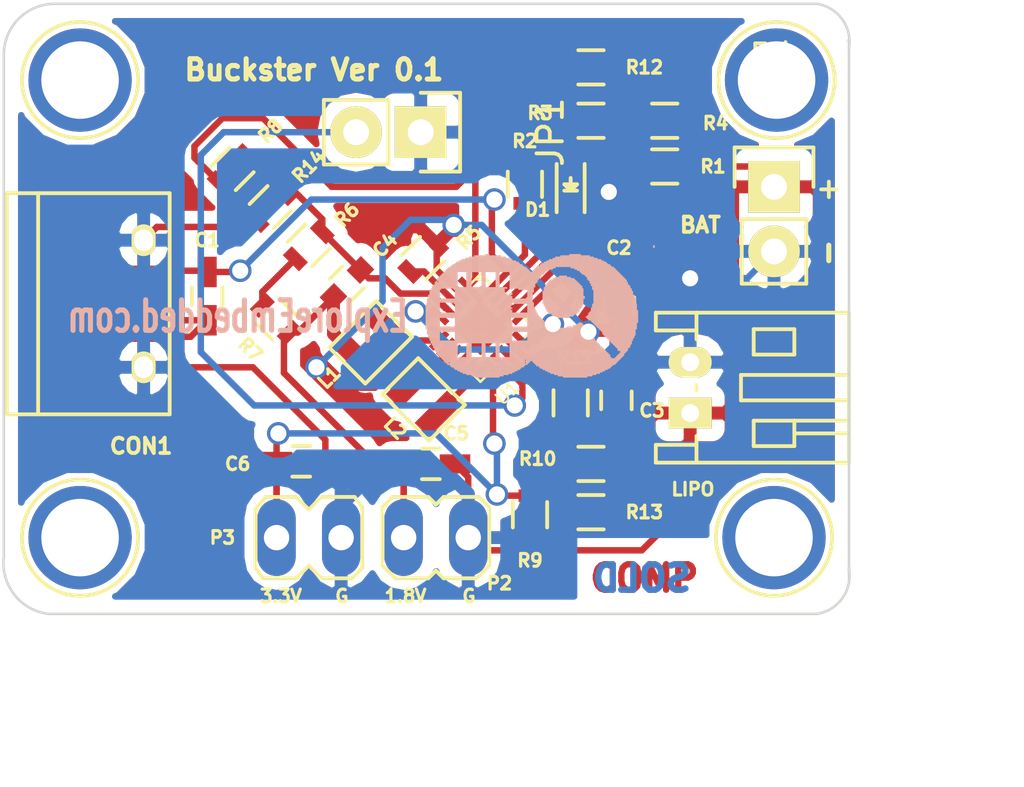
<source format=kicad_pcb>
(kicad_pcb (version 4) (host pcbnew 4.0.1-stable)
  (layers (0 F.Cu signal) (31 B.Cu signal) (34 B.Paste user) (35 F.Paste user) (36 B.SilkS user) (37 F.SilkS user) (38 B.Mask user) (39 F.Mask user) (44 Edge.Cuts user))
  (net 0 "")
  (net 1 "Net-(C1-Pad1)")
  (net 2 GND)
  (net 3 /BAT)
  (net 4 "Net-(C3-Pad1)")
  (net 5 "Net-(C3-Pad2)")
  (net 6 "Net-(C4-Pad1)")
  (net 7 "Net-(C4-Pad2)")
  (net 8 "Net-(C6-Pad1)")
  (net 9 "Net-(CON1-Pad2)")
  (net 10 "Net-(CON1-Pad3)")
  (net 11 "Net-(D1-Pad2)")
  (net 12 "Net-(D1-Pad1)")
  (net 13 "Net-(L1-Pad1)")
  (net 14 "Net-(L2-Pad1)")
  (net 15 "Net-(L2-Pad2)")
  (net 16 "Net-(R1-Pad1)")
  (net 17 "Net-(R12-Pad1)")
  (net 18 "Net-(R4-Pad1)")
  (net 19 "Net-(R5-Pad1)")
  (net 20 "Net-(R6-Pad1)")
  (net 21 "Net-(R13-Pad1)")
  (net 22 "Net-(R10-Pad1)")
  (net 23 "Net-(JP1-Pad2)")
  (module Connect:PINHEAD1-2 (layer F.Cu) (at 136.5 118.5)
    (fp_text reference P2 (at 2.5 1.8) (layer F.SilkS) (effects (font (size 0.5 0.5) (thickness 0.125))))
    (fp_text value "1.8V Regulator" hide)
    (pad 1 thru_hole oval (at -1.27 0) (size 1.50622 3.01498) (drill 0.99822) (layers *.Cu *.Mask) (net 6 "Net-(C4-Pad1)"))
    (pad 2 thru_hole oval (at 1.27 0) (size 1.50622 3.01498) (drill 0.99822) (layers *.Cu *.Mask) (net 2 GND))
  )
  (module Connect:PINHEAD1-2 (layer F.Cu) (at 131.5 118.5)
    (fp_text reference P3 (at -3.4 0) (layer F.SilkS) (effects (font (size 0.5 0.5) (thickness 0.125))))
    (fp_text value "3.3V Regulator" hide)
    (pad 1 thru_hole oval (at -1.27 0) (size 1.50622 3.01498) (drill 0.99822) (layers *.Cu *.Mask) (net 8 "Net-(C6-Pad1)"))
    (pad 2 thru_hole oval (at 1.27 0) (size 1.50622 3.01498) (drill 0.99822) (layers *.Cu *.Mask) (net 2 GND))
  )
  (module Capacitors_SMD:C_0603_HandSoldering (layer F.Cu) (at 127.5 109 270)
    (fp_text reference C1 (at -2.2 0 360) (layer F.SilkS) (effects (font (size 0.5 0.5) (thickness 0.125))))
    (fp_text value C hide)
    (pad 1 smd rect (at -0.95 0 270) (size 1.2 0.75) (layers F.Cu F.Paste F.Mask) (net 1 "Net-(C1-Pad1)"))
    (pad 2 smd rect (at 0.95 0 270) (size 1.2 0.75) (layers F.Cu F.Paste F.Mask) (net 2 GND))
  )
  (module Capacitors_SMD:C_0603_HandSoldering (layer F.Cu) (at 143.7 109.4 90)
    (fp_text reference C2 (at 2.3 0 180) (layer F.SilkS) (effects (font (size 0.5 0.5) (thickness 0.125))))
    (fp_text value 10uf hide)
    (pad 1 smd rect (at -0.95 0 90) (size 1.2 0.75) (layers F.Cu F.Paste F.Mask) (net 3 /BAT))
    (pad 2 smd rect (at 0.95 0 90) (size 1.2 0.75) (layers F.Cu F.Paste F.Mask) (net 2 GND))
  )
  (module Capacitors_SMD:C_0603 (layer F.Cu) (at 143.6 113.1 90)
    (fp_text reference C3 (at -0.4 1.4 180) (layer F.SilkS) (effects (font (size 0.5 0.5) (thickness 0.125))))
    (fp_text value 150pF hide)
    (pad 1 smd rect (at -0.75 0 90) (size 0.8 0.75) (layers F.Cu F.Paste F.Mask) (net 4 "Net-(C3-Pad1)"))
    (pad 2 smd rect (at 0.75 0 90) (size 0.8 0.75) (layers F.Cu F.Paste F.Mask) (net 5 "Net-(C3-Pad2)"))
  )
  (module Capacitors_SMD:C_0603 (layer F.Cu) (at 133 108.5 45)
    (fp_text reference C4 (at 2.12132 0 45) (layer F.SilkS) (effects (font (size 0.5 0.5) (thickness 0.125))))
    (fp_text value 10pF hide)
    (pad 1 smd rect (at -0.75 0 45) (size 0.8 0.75) (layers F.Cu F.Paste F.Mask) (net 6 "Net-(C4-Pad1)"))
    (pad 2 smd rect (at 0.75 0 45) (size 0.8 0.75) (layers F.Cu F.Paste F.Mask) (net 7 "Net-(C4-Pad2)"))
  )
  (module Capacitors_SMD:C_0603_HandSoldering (layer F.Cu) (at 136.3 115.6)
    (fp_text reference C5 (at 1 -1.2) (layer F.SilkS) (effects (font (size 0.5 0.5) (thickness 0.125))))
    (fp_text value C hide)
    (pad 1 smd rect (at -0.95 0) (size 1.2 0.75) (layers F.Cu F.Paste F.Mask) (net 6 "Net-(C4-Pad1)"))
    (pad 2 smd rect (at 0.95 0) (size 1.2 0.75) (layers F.Cu F.Paste F.Mask) (net 2 GND))
  )
  (module Capacitors_SMD:C_0603_HandSoldering (layer F.Cu) (at 131.2 115.5)
    (fp_text reference C6 (at -2.5 0.1) (layer F.SilkS) (effects (font (size 0.5 0.5) (thickness 0.125))))
    (fp_text value C hide)
    (pad 1 smd rect (at -0.95 0) (size 1.2 0.75) (layers F.Cu F.Paste F.Mask) (net 8 "Net-(C6-Pad1)"))
    (pad 2 smd rect (at 0.95 0) (size 1.2 0.75) (layers F.Cu F.Paste F.Mask) (net 2 GND))
  )
  (module "EE library:USB_Micro-B_SMD" (layer F.Cu) (at 125 108)
    (fp_text reference CON1 (at -0.1 6.9) (layer F.SilkS) (effects (font (size 0.6 0.6))))
    (fp_text value USB-MICRO-B hide)
    (pad 1 smd rect (at 0 0) (size 1.35 0.4) (layers F.Cu F.Paste F.Mask) (net 1 "Net-(C1-Pad1)"))
    (pad 2 smd rect (at 0 0.65) (size 1.35 0.4) (layers F.Cu F.Paste F.Mask) (net 9 "Net-(CON1-Pad2)"))
    (pad 3 smd rect (at 0 1.3) (size 1.35 0.4) (layers F.Cu F.Paste F.Mask) (net 10 "Net-(CON1-Pad3)"))
    (pad 4 smd rect (at 0 1.95) (size 1.35 0.4) (layers F.Cu F.Paste F.Mask) (net 2 GND))
    (pad 5 smd rect (at 0 2.6) (size 1.35 0.4) (layers F.Cu F.Paste F.Mask) (net 2 GND))
    (pad 6 thru_hole oval (at 0 -1.2) (size 0.95 1.25) (drill oval 0.75 0.85) (layers *.Cu *.Mask F.SilkS) (net 2 GND))
    (pad 7 thru_hole oval (at 0 3.8) (size 0.95 1.25) (drill oval 0.75 0.85) (layers *.Cu *.Mask F.SilkS) (net 2 GND))
    (pad 8 smd rect (at -2.7 -3) (size 1.55 2.5) (layers F.Cu F.Paste F.Mask) (net 2 GND))
    (pad 9 smd rect (at -2.7 5.5) (size 1.55 2.5) (layers F.Cu F.Paste F.Mask) (net 2 GND))
  )
  (module LEDs:LED-0603 (layer F.Cu) (at 141.8 104.6 90)
    (fp_text reference D1 (at -1 -1.3 180) (layer F.SilkS) (effects (font (size 0.5 0.5) (thickness 0.125))))
    (fp_text value LED hide)
    (pad 2 smd rect (at 0.7493 0 270) (size 0.79756 0.79756) (layers F.Cu F.Paste F.Mask) (net 11 "Net-(D1-Pad2)"))
    (pad 1 smd rect (at -0.7493 0 270) (size 0.79756 0.79756) (layers F.Cu F.Paste F.Mask) (net 12 "Net-(D1-Pad1)"))
  )
  (module "EE library:inductor" (layer F.Cu) (at 135.7 112.3 45)
    (fp_text reference L1 (at -2.333452 -2.474874 45) (layer F.SilkS) (effects (font (size 0.5 0.5) (thickness 0.125))))
    (fp_text value 4.7uH hide)
    (pad 1 smd rect (at 0.6 -2.3 45) (size 0.8 1.8) (layers F.Cu F.Paste F.Mask) (net 13 "Net-(L1-Pad1)"))
    (pad 2 smd rect (at -1 -2.3 45) (size 0.8 1.8) (layers F.Cu F.Paste F.Mask) (net 6 "Net-(C4-Pad1)"))
  )
  (module "EE library:inductor" (layer F.Cu) (at 137.5 111.3 135)
    (fp_text reference L2 (at -0.212132 -3.889087 135) (layer F.SilkS) (effects (font (size 0.5 0.5) (thickness 0.125))))
    (fp_text value 2.2uH hide)
    (pad 1 smd rect (at 0.6 -2.3 135) (size 0.8 1.8) (layers F.Cu F.Paste F.Mask) (net 14 "Net-(L2-Pad1)"))
    (pad 2 smd rect (at -1 -2.3 135) (size 0.8 1.8) (layers F.Cu F.Paste F.Mask) (net 15 "Net-(L2-Pad2)"))
  )
  (module "jst th connector:Connectors_JST_S2B-PH-K" (layer F.Cu) (at 146.5 113.6 90)
    (fp_text reference "LIPO " (at -3 0.3 180) (layer F.SilkS) (effects (font (size 0.5 0.5) (thickness 0.125))))
    (fp_text value "LIPO battery" hide)
    (pad 1 thru_hole rect (at 0 0 90) (size 1.2 1.7) (drill 0.7) (layers *.Cu *.Mask F.SilkS) (net 3 /BAT))
    (pad 2 thru_hole oval (at 2 0 90) (size 1.2 1.7) (drill 0.7) (layers *.Cu *.Mask F.SilkS) (net 2 GND))
  )
  (module Resistors_SMD:R_0603 (layer F.Cu) (at 145.5 103.9)
    (fp_text reference R1 (at 1.9 0) (layer F.SilkS) (effects (font (size 0.5 0.5) (thickness 0.125))))
    (fp_text value 10K hide)
    (pad 1 smd rect (at -0.75 0) (size 0.5 0.9) (layers F.Cu F.Paste F.Mask) (net 16 "Net-(R1-Pad1)"))
    (pad 2 smd rect (at 0.75 0) (size 0.5 0.9) (layers F.Cu F.Paste F.Mask) (net 3 /BAT))
  )
  (module Resistors_SMD:R_0603 (layer F.Cu) (at 140 104.6 90)
    (fp_text reference R2 (at 1.7 0 180) (layer F.SilkS) (effects (font (size 0.5 0.5) (thickness 0.125))))
    (fp_text value 510E hide)
    (pad 1 smd rect (at -0.75 0 90) (size 0.5 0.9) (layers F.Cu F.Paste F.Mask) (net 1 "Net-(C1-Pad1)"))
    (pad 2 smd rect (at 0.75 0 90) (size 0.5 0.9) (layers F.Cu F.Paste F.Mask) (net 11 "Net-(D1-Pad2)"))
  )
  (module Resistors_SMD:R_0603 (layer F.Cu) (at 142.6 102.1)
    (fp_text reference R3 (at -2 -0.3) (layer F.SilkS) (effects (font (size 0.5 0.5) (thickness 0.125))))
    (fp_text value 51k hide)
    (pad 1 smd rect (at -0.75 0) (size 0.5 0.9) (layers F.Cu F.Paste F.Mask) (net 17 "Net-(R12-Pad1)"))
    (pad 2 smd rect (at 0.75 0) (size 0.5 0.9) (layers F.Cu F.Paste F.Mask) (net 2 GND))
  )
  (module Resistors_SMD:R_0603 (layer F.Cu) (at 145.5 102.1)
    (fp_text reference R4 (at 2 0.1) (layer F.SilkS) (effects (font (size 0.5 0.5) (thickness 0.125))))
    (fp_text value 10k hide)
    (pad 1 smd rect (at -0.75 0) (size 0.5 0.9) (layers F.Cu F.Paste F.Mask) (net 18 "Net-(R4-Pad1)"))
    (pad 2 smd rect (at 0.75 0) (size 0.5 0.9) (layers F.Cu F.Paste F.Mask) (net 3 /BAT))
  )
  (module Resistors_SMD:R_0603 (layer F.Cu) (at 136 107.5 45)
    (fp_text reference R5 (at 1.838478 0.707107 45) (layer F.SilkS) (effects (font (size 0.5 0.5) (thickness 0.125))))
    (fp_text value 10k hide)
    (pad 1 smd rect (at -0.75 0 45) (size 0.5 0.9) (layers F.Cu F.Paste F.Mask) (net 19 "Net-(R5-Pad1)"))
    (pad 2 smd rect (at 0.75 0 45) (size 0.5 0.9) (layers F.Cu F.Paste F.Mask) (net 3 /BAT))
  )
  (module Resistors_SMD:R_0603 (layer F.Cu) (at 131.5 107 45)
    (fp_text reference R6 (at 1.909188 0.212132 45) (layer F.SilkS) (effects (font (size 0.5 0.5) (thickness 0.125))))
    (fp_text value 56K hide)
    (pad 1 smd rect (at -0.75 0 45) (size 0.5 0.9) (layers F.Cu F.Paste F.Mask) (net 20 "Net-(R6-Pad1)"))
    (pad 2 smd rect (at 0.75 0 45) (size 0.5 0.9) (layers F.Cu F.Paste F.Mask) (net 7 "Net-(C4-Pad2)"))
  )
  (module Resistors_SMD:R_0603 (layer F.Cu) (at 130.2 109.9 135)
    (fp_text reference R7 (at -0.141421 -1.555635 135) (layer F.SilkS) (effects (font (size 0.5 0.5) (thickness 0.125))))
    (fp_text value 750K hide)
    (pad 1 smd rect (at -0.75 0 135) (size 0.5 0.9) (layers F.Cu F.Paste F.Mask) (net 6 "Net-(C4-Pad1)"))
    (pad 2 smd rect (at 0.75 0 135) (size 0.5 0.9) (layers F.Cu F.Paste F.Mask) (net 20 "Net-(R6-Pad1)"))
  )
  (module Resistors_SMD:R_0603 (layer F.Cu) (at 140.2 117.6 270)
    (fp_text reference R9 (at 1.8 0 360) (layer F.SilkS) (effects (font (size 0.5 0.5) (thickness 0.125))))
    (fp_text value 470K hide)
    (pad 1 smd rect (at -0.75 0 270) (size 0.5 0.9) (layers F.Cu F.Paste F.Mask) (net 8 "Net-(C6-Pad1)"))
    (pad 2 smd rect (at 0.75 0 270) (size 0.5 0.9) (layers F.Cu F.Paste F.Mask) (net 21 "Net-(R13-Pad1)"))
  )
  (module Resistors_SMD:R_0603 (layer F.Cu) (at 142.6 115.6)
    (fp_text reference R10 (at -2.1 -0.2) (layer F.SilkS) (effects (font (size 0.5 0.5) (thickness 0.125))))
    (fp_text value 200K hide)
    (pad 1 smd rect (at -0.75 0) (size 0.5 0.9) (layers F.Cu F.Paste F.Mask) (net 22 "Net-(R10-Pad1)"))
    (pad 2 smd rect (at 0.75 0) (size 0.5 0.9) (layers F.Cu F.Paste F.Mask) (net 2 GND))
  )
  (module Resistors_SMD:R_0603 (layer F.Cu) (at 141.8 113.2 270)
    (fp_text reference R11 (at -1.8 -0.2 360) (layer F.SilkS) (effects (font (size 0.5 0.5) (thickness 0.125))))
    (fp_text value 15K hide)
    (pad 1 smd rect (at -0.75 0 270) (size 0.5 0.9) (layers F.Cu F.Paste F.Mask) (net 22 "Net-(R10-Pad1)"))
    (pad 2 smd rect (at 0.75 0 270) (size 0.5 0.9) (layers F.Cu F.Paste F.Mask) (net 4 "Net-(C3-Pad1)"))
  )
  (module Resistors_SMD:R_0603 (layer F.Cu) (at 142.6 100)
    (fp_text reference R12 (at 2.1 0) (layer F.SilkS) (effects (font (size 0.5 0.5) (thickness 0.125))))
    (fp_text value 1.8K hide)
    (pad 1 smd rect (at -0.75 0) (size 0.5 0.9) (layers F.Cu F.Paste F.Mask) (net 17 "Net-(R12-Pad1)"))
    (pad 2 smd rect (at 0.75 0) (size 0.5 0.9) (layers F.Cu F.Paste F.Mask) (net 2 GND))
  )
  (module Resistors_SMD:R_0603 (layer F.Cu) (at 142.6 117.5)
    (fp_text reference R13 (at 2.1 0) (layer F.SilkS) (effects (font (size 0.5 0.5) (thickness 0.125))))
    (fp_text value 150K hide)
    (pad 1 smd rect (at -0.75 0) (size 0.5 0.9) (layers F.Cu F.Paste F.Mask) (net 21 "Net-(R13-Pad1)"))
    (pad 2 smd rect (at 0.75 0) (size 0.5 0.9) (layers F.Cu F.Paste F.Mask) (net 22 "Net-(R10-Pad1)"))
  )
  (module LTC3558:QFN20-3X3_new (layer F.Cu) (at 138.25 110.25 225)
    (fp_text reference U1 (at 1.06066 -2.545584 225) (layer F.SilkS) (effects (font (size 0.508 0.508) (thickness 0.0762))))
    (fp_text value LTC3558 hide)
    (pad 1 smd rect (at -0.79756 1.4986 45) (size 0.24892 0.89916) (layers F.Cu F.Paste F.Mask) (net 2 GND))
    (pad 2 smd rect (at -0.39878 1.4986 45) (size 0.24892 0.89916) (layers F.Cu F.Paste F.Mask) (net 3 /BAT))
    (pad 3 smd rect (at 0 1.4986 45) (size 0.24892 0.89916) (layers F.Cu F.Paste F.Mask) (net 19 "Net-(R5-Pad1)"))
    (pad 4 smd rect (at 0.39878 1.4986 45) (size 0.24892 0.89916) (layers F.Cu F.Paste F.Mask) (net 7 "Net-(C4-Pad2)"))
    (pad 5 smd rect (at 0.79756 1.4986 45) (size 0.24892 0.89916) (layers F.Cu F.Paste F.Mask) (net 16 "Net-(R1-Pad1)"))
    (pad 6 smd rect (at 1.4986 0.79756 135) (size 0.24892 0.89916) (layers F.Cu F.Paste F.Mask) (net 13 "Net-(L1-Pad1)"))
    (pad 7 smd rect (at 1.4986 0.39878 135) (size 0.24892 0.89916) (layers F.Cu F.Paste F.Mask) (net 3 /BAT))
    (pad 8 smd rect (at 1.4986 0 135) (size 0.24892 0.89916) (layers F.Cu F.Paste F.Mask) (net 3 /BAT))
    (pad 9 smd rect (at 1.4986 -0.39878 135) (size 0.24892 0.89916) (layers F.Cu F.Paste F.Mask) (net 14 "Net-(L2-Pad1)"))
    (pad 10 smd rect (at 1.4986 -0.79756 135) (size 0.24892 0.89916) (layers F.Cu F.Paste F.Mask) (net 15 "Net-(L2-Pad2)"))
    (pad 11 smd rect (at 0.79756 -1.4986 225) (size 0.24892 0.89916) (layers F.Cu F.Paste F.Mask) (net 8 "Net-(C6-Pad1)"))
    (pad 12 smd rect (at 0.39878 -1.4986 225) (size 0.24892 0.89916) (layers F.Cu F.Paste F.Mask) (net 23 "Net-(JP1-Pad2)"))
    (pad 13 smd rect (at 0 -1.4986 225) (size 0.24892 0.89916) (layers F.Cu F.Paste F.Mask) (net 22 "Net-(R10-Pad1)"))
    (pad 14 smd rect (at -0.39878 -1.4986 225) (size 0.24892 0.89916) (layers F.Cu F.Paste F.Mask) (net 5 "Net-(C3-Pad2)"))
    (pad 15 smd rect (at -0.79756 -1.4986 225) (size 0.24892 0.89916) (layers F.Cu F.Paste F.Mask) (net 16 "Net-(R1-Pad1)"))
    (pad 16 smd rect (at -1.4986 -0.79756 315) (size 0.24892 0.89916) (layers F.Cu F.Paste F.Mask) (net 18 "Net-(R4-Pad1)"))
    (pad 17 smd rect (at -1.4986 -0.39878 315) (size 0.24892 0.89916) (layers F.Cu F.Paste F.Mask) (net 2 GND))
    (pad 18 smd rect (at -1.4986 0 315) (size 0.24892 0.89916) (layers F.Cu F.Paste F.Mask) (net 17 "Net-(R12-Pad1)"))
    (pad 19 smd rect (at -1.4986 0.39878 315) (size 0.24892 0.89916) (layers F.Cu F.Paste F.Mask) (net 12 "Net-(D1-Pad1)"))
    (pad 20 smd rect (at -1.4986 0.79756 315) (size 0.24892 0.89916) (layers F.Cu F.Paste F.Mask) (net 1 "Net-(C1-Pad1)"))
    (pad 21 smd rect (at 0 0 225) (size 1.524 1.524) (layers F.Cu F.Paste F.Mask) (net 2 GND))
  )
  (module Connect:1pin (layer F.Cu) (at 122.5 100.5)
    (fp_text reference REF** hide)
    (fp_text value 1pin hide)
    (pad "" np_thru_hole circle (at 0 0) (size 4.064 4.064) (drill 3.048) (layers *.Cu))
  )
  (module Connect:1pin (layer F.Cu) (at 149.9 100.5)
    (fp_text reference REF** hide)
    (fp_text value 1pin hide)
    (pad "" np_thru_hole circle (at 0 0) (size 4.064 4.064) (drill 3.048) (layers *.Cu))
  )
  (module Connect:1pin (layer F.Cu) (at 122.5 118.5)
    (fp_text reference REF** hide)
    (fp_text value 1pin hide)
    (pad "" np_thru_hole circle (at 0 0) (size 4.064 4.064) (drill 3.048) (layers *.Cu))
  )
  (module Connect:1pin (layer F.Cu) (at 149.8 118.5)
    (fp_text reference REF** hide)
    (fp_text value 1pin hide)
    (pad "" np_thru_hole circle (at 0 0) (size 4.064 4.064) (drill 3.048) (layers *.Cu))
  )
  (module "Symbols:LOGO (2)" (layer B.Cu) (at 145.1 107 180)
    (fp_text reference LOGO hide)
    (fp_text value "" (at 0 0 180) (layer B.SilkS) (effects (justify mirror)))
  )
  (module Resistors_SMD:R_0603 (layer F.Cu) (at 128.5 104 225)
    (fp_text reference R8 (at -2.12132 0 225) (layer F.SilkS) (effects (font (size 0.5 0.5) (thickness 0.125))))
    (fp_text value 680K hide)
    (pad 1 smd rect (at -0.75 0 225) (size 0.5 0.9) (layers F.Cu F.Paste F.Mask) (net 7 "Net-(C4-Pad2)"))
    (pad 2 smd rect (at 0.75 0 225) (size 0.5 0.9) (layers F.Cu F.Paste F.Mask) (net 2 GND))
  )
  (module Resistors_SMD:R_0603 (layer F.Cu) (at 130 105.5 225)
    (fp_text reference R14 (at -2.192031 0.070711 225) (layer F.SilkS) (effects (font (size 0.5 0.5) (thickness 0.125))))
    (fp_text value 15M hide)
    (pad 1 smd rect (at -0.75 0 225) (size 0.5 0.9) (layers F.Cu F.Paste F.Mask) (net 7 "Net-(C4-Pad2)"))
    (pad 2 smd rect (at 0.75 0 225) (size 0.5 0.9) (layers F.Cu F.Paste F.Mask) (net 2 GND))
  )
  (module Pin_Headers:Pin_Header_Straight_1x02 (layer F.Cu) (at 149.8 104.7)
    (fp_text reference P4 (at 0 -5.1) (layer F.SilkS))
    (fp_text value CONN_01X02 hide)
    (pad 1 thru_hole rect (at 0 0) (size 2.032 2.032) (drill 1.016) (layers *.Cu *.Mask F.SilkS) (net 3 /BAT))
    (pad 2 thru_hole oval (at 0 2.54) (size 2.032 2.032) (drill 1.016) (layers *.Cu *.Mask F.SilkS) (net 2 GND))
  )
  (module Pin_Headers:Pin_Header_Straight_1x02 (layer F.Cu) (at 135.9 102.55 270)
    (fp_text reference JP1 (at 0 -5.1 270) (layer F.SilkS))
    (fp_text value JUMPER hide)
    (pad 1 thru_hole rect (at 0 0 270) (size 2.032 2.032) (drill 1.016) (layers *.Cu *.Mask F.SilkS) (net 2 GND))
    (pad 2 thru_hole oval (at 0 2.54 270) (size 2.032 2.032) (drill 1.016) (layers *.Cu *.Mask F.SilkS) (net 23 "Net-(JP1-Pad2)"))
  )
  (gr_line (start 152.75 119.65) (end 152.75 120.2) (angle 90) (layer Edge.Cuts) (width 0.1))
  (gr_line (start 152.75 98.95) (end 152.7 98.95) (angle 90) (layer Edge.Cuts) (width 0.1))
  (gr_line (start 152.75 119.8) (end 152.75 98.95) (angle 90) (layer Edge.Cuts) (width 0.1))
  (gr_line (start 121.3 121.5) (end 151.5 121.5) (angle 90) (layer Edge.Cuts) (width 0.1))
  (gr_line (start 119.5 119.3) (end 119.5 99.5) (angle 90) (layer Edge.Cuts) (width 0.1))
  (gr_line (start 121.5 97.5) (end 151.5 97.5) (angle 90) (layer Edge.Cuts) (width 0.1))
  (gr_arc (start 151.25 99) (end 151.5 97.5) (angle 90) (layer Edge.Cuts) (width 0.1))
  (gr_arc (start 151.25 120) (end 152.75 119.75) (angle 90) (layer Edge.Cuts) (width 0.1))
  (gr_arc (start 121.5 119.5) (end 121.25 121.5) (angle 90) (layer Edge.Cuts) (width 0.1))
  (gr_arc (start 121.5 99.5) (end 119.5 99.5) (angle 90) (layer Edge.Cuts) (width 0.1))
  (gr_text "Buckster Ver 0.1" (at 131.7 100.1) (layer F.SilkS) (effects (font (size 0.8 0.8) (thickness 0.2))))
  (gr_text - (at 151.9 107.3 90) (layer F.SilkS) (effects (font (size 0.8 0.8) (thickness 0.2)) (justify mirror)))
  (gr_text BAT (at 146.9 106.2) (layer F.SilkS) (effects (font (size 0.6 0.6))))
  (gr_text + (at 151.9 104.8 90) (layer F.SilkS) (effects (font (size 0.8 0.8))))
  (gr_text COMP (at 144.7 120.1) (layer F.Cu) (effects (font (size 1 1) (thickness 0.25))))
  (gr_text SOLD (at 144.6 120.1) (layer B.Cu) (effects (font (size 1 1) (thickness 0.25)) (justify mirror)))
  (gr_text G (at 137.8 120.8) (layer F.SilkS) (effects (font (size 0.5 0.5) (thickness 0.125))))
  (gr_text G (at 132.8 120.8) (layer F.SilkS) (effects (font (size 0.5 0.5) (thickness 0.125))))
  (gr_text 1.8V (at 135.3 120.8) (layer F.SilkS) (effects (font (size 0.5 0.5) (thickness 0.125))))
  (gr_text 3.3V (at 130.4 120.8) (layer F.SilkS) (effects (font (size 0.5 0.5) (thickness 0.125))))
  (gr_text ExploreEmbedded.com (at 128.7 109.8) (layer B.SilkS) (effects (font (size 1.2 0.8) (thickness 0.2)) (justify mirror)))
  (segment (start 128.85 108.05) (end 128.8 108) (width 0.254) (layer F.Cu) (net 1))
  (segment (start 127.5 108.05) (end 128.85 108.05) (width 0.254) (layer F.Cu) (net 1))
  (segment (start 138.7 107.4) (end 139.33604 108.03604) (width 0.254) (layer F.Cu) (net 1))
  (segment (start 138.7 105.3) (end 138.7 107.4) (width 0.254) (layer F.Cu) (net 1))
  (segment (start 138.8 105.2) (end 138.7 105.3) (width 0.254) (layer F.Cu) (net 1))
  (via (at 138.8 105.2) (size 0.889) (layers F.Cu B.Cu) (net 1))
  (segment (start 131.6 105.2) (end 138.8 105.2) (width 0.254) (layer B.Cu) (net 1))
  (segment (start 128.8 108) (end 131.6 105.2) (width 0.254) (layer B.Cu) (net 1))
  (via (at 128.8 108) (size 0.889) (layers F.Cu B.Cu) (net 1))
  (segment (start 127.45 108) (end 127.5 108.05) (width 0.254) (layer F.Cu) (net 1))
  (segment (start 126.3 108) (end 127.45 108) (width 0.254) (layer F.Cu) (net 1))
  (segment (start 125 108) (end 126.3 108) (width 0.254) (layer F.Cu) (net 1))
  (segment (start 139.33604 108.03604) (end 138.74571 108.62637) (width 0.254) (layer F.Cu) (net 1))
  (segment (start 140 107.37208) (end 139.33604 108.03604) (width 0.254) (layer F.Cu) (net 1))
  (segment (start 140 105.35) (end 140 107.37208) (width 0.254) (layer F.Cu) (net 1))
  (segment (start 140 105.35) (end 140 105.5) (width 0.254) (layer F.Cu) (net 1))
  (segment (start 135.9 102.55) (end 138.05 102.55) (width 0.254) (layer F.Cu) (net 2))
  (segment (start 138.05 102.55) (end 138.27 102.33) (width 0.254) (layer F.Cu) (net 2))
  (segment (start 146.5 108.3) (end 148.74 108.3) (width 0.254) (layer B.Cu) (net 2))
  (segment (start 148.74 108.3) (end 149.8 107.24) (width 0.254) (layer B.Cu) (net 2))
  (segment (start 143.7 108.45) (end 143.7 107.9) (width 0.254) (layer F.Cu) (net 2))
  (segment (start 146.5 111.6) (end 146.5 108.3) (width 0.254) (layer B.Cu) (net 2))
  (via (at 146.5 108.3) (size 0.889) (drill 0.635) (layers F.Cu B.Cu) (net 2))
  (segment (start 125 111.8) (end 129.3 111.8) (width 0.254) (layer F.Cu) (net 2))
  (segment (start 132.15 114.65) (end 132.15 115.5) (width 0.254) (layer F.Cu) (net 2))
  (segment (start 129.3 111.8) (end 132.15 114.65) (width 0.254) (layer F.Cu) (net 2))
  (segment (start 122.3 113.5) (end 124.6 113.5) (width 0.254) (layer F.Cu) (net 2))
  (segment (start 125 113.1) (end 125 111.8) (width 0.254) (layer F.Cu) (net 2))
  (segment (start 124.6 113.5) (end 125 113.1) (width 0.254) (layer F.Cu) (net 2))
  (segment (start 137.77 118.5) (end 137.77 116.12) (width 0.254) (layer F.Cu) (net 2))
  (segment (start 137.77 116.12) (end 137.25 115.6) (width 0.254) (layer F.Cu) (net 2))
  (segment (start 125 110.6) (end 123.1 110.6) (width 0.254) (layer F.Cu) (net 2))
  (segment (start 122.3 111.4) (end 122.3 113.5) (width 0.254) (layer F.Cu) (net 2))
  (segment (start 123.1 110.6) (end 122.3 111.4) (width 0.254) (layer F.Cu) (net 2))
  (segment (start 132.77 119) (end 132.77 117.23) (width 0.508) (layer B.Cu) (net 2))
  (segment (start 132.77 117.23) (end 133.8 116.2) (width 0.508) (layer B.Cu) (net 2))
  (segment (start 133.8 116.2) (end 137.2 116.2) (width 0.508) (layer B.Cu) (net 2))
  (segment (start 137.2 116.2) (end 137.77 116.77) (width 0.508) (layer B.Cu) (net 2))
  (segment (start 137.77 116.77) (end 137.77 119) (width 0.508) (layer B.Cu) (net 2))
  (segment (start 137.77 119) (end 137.77 116.77) (width 0.508) (layer B.Cu) (net 2))
  (segment (start 133.8 116.2) (end 132.77 117.23) (width 0.508) (layer B.Cu) (net 2))
  (segment (start 137.2 116.2) (end 133.8 116.2) (width 0.508) (layer B.Cu) (net 2))
  (segment (start 137.77 116.77) (end 137.2 116.2) (width 0.508) (layer B.Cu) (net 2))
  (segment (start 138.25 110.85) (end 138.25 110.25) (width 0.254) (layer F.Cu) (net 2))
  (segment (start 138.25 110.85) (end 138.25 110.25) (width 0.254) (layer F.Cu) (net 2))
  (segment (start 138.25 110.85) (end 138.25 110.25) (width 0.254) (layer F.Cu) (net 2))
  (segment (start 138.25 110.85) (end 138.25 110.25) (width 0.254) (layer F.Cu) (net 2))
  (segment (start 137.75429 108.62637) (end 137.75429 108.65429) (width 0.254) (layer F.Cu) (net 2))
  (segment (start 137.75429 108.65429) (end 138.25 109.15) (width 0.254) (layer F.Cu) (net 2))
  (segment (start 138.25 109.15) (end 138.25 110.25) (width 0.254) (layer F.Cu) (net 2))
  (segment (start 139.59165 109.47231) (end 139.52769 109.47231) (width 0.254) (layer F.Cu) (net 2))
  (segment (start 139.52769 109.47231) (end 138.75 110.25) (width 0.254) (layer F.Cu) (net 2))
  (segment (start 138.75 110.25) (end 138.25 110.25) (width 0.254) (layer F.Cu) (net 2))
  (segment (start 132.77 119) (end 132.77 116.42) (width 0.254) (layer F.Cu) (net 2))
  (segment (start 132.77 116.42) (end 132.15 115.8) (width 0.254) (layer F.Cu) (net 2))
  (segment (start 125 109.95) (end 127.5 109.95) (width 0.254) (layer F.Cu) (net 2))
  (segment (start 126.85 110.6) (end 127.5 109.95) (width 0.254) (layer F.Cu) (net 2))
  (segment (start 125 110.6) (end 126.85 110.6) (width 0.254) (layer F.Cu) (net 2))
  (segment (start 127.55 110) (end 127.5 109.95) (width 0.254) (layer F.Cu) (net 2))
  (segment (start 129.222183 105.782843) (end 127.96967 104.53033) (width 0.254) (layer F.Cu) (net 2))
  (segment (start 129.222183 106.277817) (end 129.222183 105.782843) (width 0.254) (layer F.Cu) (net 2))
  (segment (start 125.522183 106.277817) (end 125 106.8) (width 0.254) (layer F.Cu) (net 2))
  (segment (start 129.222183 106.277817) (end 125.522183 106.277817) (width 0.254) (layer F.Cu) (net 2))
  (segment (start 122.3 108.4) (end 122.3 113.5) (width 0.254) (layer F.Cu) (net 2))
  (segment (start 123.9 106.8) (end 122.3 108.4) (width 0.254) (layer F.Cu) (net 2))
  (segment (start 125 106.8) (end 123.9 106.8) (width 0.254) (layer F.Cu) (net 2))
  (segment (start 125 109.95) (end 125 110.6) (width 0.254) (layer F.Cu) (net 2))
  (segment (start 138.05 103.05) (end 138.27 102.83) (width 0.254) (layer F.Cu) (net 2))
  (segment (start 138.27 102.83) (end 138.27 102.33) (width 0.254) (layer F.Cu) (net 2))
  (segment (start 138.27 102.33) (end 138.27 100.5) (width 0.254) (layer F.Cu) (net 2))
  (segment (start 138.05 103.7) (end 138.05 103.05) (width 0.254) (layer F.Cu) (net 2))
  (segment (start 143.35 100) (end 143.35 102.1) (width 0.254) (layer F.Cu) (net 2))
  (segment (start 138.05 108.33066) (end 137.75429 108.62637) (width 0.254) (layer F.Cu) (net 2))
  (segment (start 138.05 103.7) (end 138.05 108.33066) (width 0.254) (layer F.Cu) (net 2))
  (segment (start 138.25 109.15) (end 138.25 110.25) (width 0.254) (layer F.Cu) (net 2))
  (segment (start 137.75429 108.65429) (end 138.25 109.15) (width 0.254) (layer F.Cu) (net 2))
  (segment (start 138.25 110.85) (end 138.25 110.25) (width 0.254) (layer F.Cu) (net 2))
  (segment (start 138.85 110.25) (end 138.25 110.25) (width 0.254) (layer F.Cu) (net 2))
  (segment (start 139.59165 109.50835) (end 138.85 110.25) (width 0.254) (layer F.Cu) (net 2))
  (segment (start 139.59165 109.47231) (end 139.59165 109.50835) (width 0.254) (layer F.Cu) (net 2))
  (segment (start 146.35 108.45) (end 146.5 108.3) (width 0.254) (layer F.Cu) (net 2))
  (segment (start 143.7 108.45) (end 146.35 108.45) (width 0.254) (layer F.Cu) (net 2))
  (segment (start 137.3 104.7) (end 132.4 104.7) (width 0.254) (layer F.Cu) (net 2))
  (segment (start 132.4 104.7) (end 129.7 102) (width 0.254) (layer F.Cu) (net 2))
  (segment (start 129.7 102) (end 128.1 102) (width 0.254) (layer F.Cu) (net 2))
  (segment (start 128.1 102) (end 127 103.1) (width 0.254) (layer F.Cu) (net 2))
  (segment (start 127 103.1) (end 127 103.56066) (width 0.254) (layer F.Cu) (net 2))
  (segment (start 127 103.56066) (end 127.96967 104.53033) (width 0.254) (layer F.Cu) (net 2))
  (segment (start 138.05 103.95) (end 137.3 104.7) (width 0.254) (layer F.Cu) (net 2))
  (segment (start 138.05 103.7) (end 138.05 103.95) (width 0.254) (layer F.Cu) (net 2))
  (segment (start 139.7 100.5) (end 140.8 99.4) (width 0.254) (layer F.Cu) (net 2))
  (segment (start 140.8 99.4) (end 140.8 99.3) (width 0.254) (layer F.Cu) (net 2))
  (segment (start 140.8 99.3) (end 141.1 99) (width 0.254) (layer F.Cu) (net 2))
  (segment (start 141.1 99) (end 143.1 99) (width 0.254) (layer F.Cu) (net 2))
  (segment (start 143.1 99) (end 143.35 99.25) (width 0.254) (layer F.Cu) (net 2))
  (segment (start 143.35 99.25) (end 143.35 100) (width 0.254) (layer F.Cu) (net 2))
  (segment (start 138.27 100.5) (end 139.7 100.5) (width 0.254) (layer F.Cu) (net 2))
  (segment (start 143.3 105.8) (end 143.3 104.9) (width 0.254) (layer F.Cu) (net 2))
  (via (at 143.3 104.9) (size 0.889) (layers F.Cu B.Cu) (net 2))
  (segment (start 143.3 104.9) (end 143.5 105.1) (width 0.254) (layer B.Cu) (net 2))
  (segment (start 143.5 105.1) (end 146.1 105.1) (width 0.254) (layer B.Cu) (net 2))
  (segment (start 146.1 105.1) (end 146.5 105.5) (width 0.254) (layer B.Cu) (net 2))
  (segment (start 146.5 105.5) (end 146.5 108.3) (width 0.254) (layer B.Cu) (net 2))
  (segment (start 139.62769 109.47231) (end 143.3 105.8) (width 0.254) (layer F.Cu) (net 2))
  (segment (start 139.59165 109.47231) (end 139.62769 109.47231) (width 0.254) (layer F.Cu) (net 2))
  (segment (start 144.6 119) (end 145.3 118.3) (width 0.254) (layer F.Cu) (net 2))
  (segment (start 145.3 118.3) (end 145.3 116.1) (width 0.254) (layer F.Cu) (net 2))
  (segment (start 145.3 116.1) (end 144.8 115.6) (width 0.254) (layer F.Cu) (net 2))
  (segment (start 144.8 115.6) (end 143.35 115.6) (width 0.254) (layer F.Cu) (net 2))
  (segment (start 137.77 119) (end 144.6 119) (width 0.254) (layer F.Cu) (net 2))
  (segment (start 125 105.6) (end 124.4 105) (width 0.254) (layer F.Cu) (net 2))
  (segment (start 124.4 105) (end 122.3 105) (width 0.254) (layer F.Cu) (net 2))
  (segment (start 125 106.8) (end 125 105.6) (width 0.254) (layer F.Cu) (net 2))
  (segment (start 135.5 106) (end 137 106) (width 0.254) (layer B.Cu) (net 3))
  (segment (start 137 106) (end 137.2 106.2) (width 0.254) (layer B.Cu) (net 3))
  (segment (start 136.90835 111.29165) (end 136.6 111.6) (width 0.254) (layer F.Cu) (net 3))
  (segment (start 134.4 107.1) (end 135.5 106) (width 0.254) (layer B.Cu) (net 3))
  (segment (start 134.4 109.2) (end 134.4 107.1) (width 0.254) (layer B.Cu) (net 3))
  (segment (start 131.8 111.8) (end 134.4 109.2) (width 0.254) (layer B.Cu) (net 3))
  (via (at 131.8 111.8) (size 0.889) (layers F.Cu B.Cu) (net 3))
  (segment (start 132.6 112.6) (end 131.8 111.8) (width 0.254) (layer F.Cu) (net 3))
  (segment (start 134.1 112.6) (end 132.6 112.6) (width 0.254) (layer F.Cu) (net 3))
  (segment (start 135.4 111.3) (end 134.1 112.6) (width 0.254) (layer F.Cu) (net 3))
  (segment (start 135.9 111.3) (end 135.4 111.3) (width 0.254) (layer F.Cu) (net 3))
  (segment (start 136.2 111.6) (end 135.9 111.3) (width 0.254) (layer F.Cu) (net 3))
  (segment (start 136.6 111.6) (end 136.2 111.6) (width 0.254) (layer F.Cu) (net 3))
  (segment (start 136.90835 111.02769) (end 136.90835 111.29165) (width 0.254) (layer F.Cu) (net 3))
  (segment (start 146.25 103.9) (end 149.2 103.9) (width 0.254) (layer F.Cu) (net 3))
  (segment (start 149.2 103.9) (end 150 104.7) (width 0.254) (layer F.Cu) (net 3))
  (segment (start 143.7 110.35) (end 144.35 110.35) (width 0.254) (layer F.Cu) (net 3))
  (segment (start 145.4 113.6) (end 146.5 113.6) (width 0.254) (layer F.Cu) (net 3))
  (segment (start 144.9 113.1) (end 145.4 113.6) (width 0.254) (layer F.Cu) (net 3))
  (segment (start 144.9 110.9) (end 144.9 113.1) (width 0.254) (layer F.Cu) (net 3))
  (segment (start 144.35 110.35) (end 144.9 110.9) (width 0.254) (layer F.Cu) (net 3))
  (segment (start 146.45 110.35) (end 146.5 110.3) (width 0.254) (layer F.Cu) (net 3))
  (segment (start 147.7 110.3) (end 146.5 110.3) (width 0.254) (layer F.Cu) (net 3))
  (segment (start 148.3 109.7) (end 147.7 110.3) (width 0.254) (layer F.Cu) (net 3))
  (segment (start 136.53033 107.96637) (end 137.47231 108.90835) (width 0.254) (layer F.Cu) (net 3))
  (segment (start 136.53033 106.96967) (end 136.53033 107.96637) (width 0.254) (layer F.Cu) (net 3))
  (segment (start 146.25 102.1) (end 146.25 103.9) (width 0.254) (layer F.Cu) (net 3))
  (segment (start 147.6 103.9) (end 148.3 104.6) (width 0.254) (layer F.Cu) (net 3))
  (segment (start 148.3 104.6) (end 148.3 109.7) (width 0.254) (layer F.Cu) (net 3))
  (segment (start 146.25 103.9) (end 147.6 103.9) (width 0.254) (layer F.Cu) (net 3))
  (segment (start 143.75 110.3) (end 143.7 110.35) (width 0.254) (layer F.Cu) (net 3))
  (segment (start 146.5 110.3) (end 143.75 110.3) (width 0.254) (layer F.Cu) (net 3))
  (segment (start 136.53033 106.86967) (end 136.53033 106.96967) (width 0.254) (layer F.Cu) (net 3))
  (segment (start 142.55 110.35) (end 142.5 110.4) (width 0.254) (layer F.Cu) (net 3))
  (segment (start 143.7 110.35) (end 142.55 110.35) (width 0.254) (layer F.Cu) (net 3))
  (segment (start 138.3 106.2) (end 137.2 106.2) (width 0.254) (layer B.Cu) (net 3))
  (segment (start 142.5 110.4) (end 138.3 106.2) (width 0.254) (layer B.Cu) (net 3))
  (via (at 142.5 110.4) (size 0.889) (layers F.Cu B.Cu) (net 3))
  (via (at 137.2 106.2) (size 0.889) (layers F.Cu B.Cu) (net 3))
  (segment (start 137.2 106.2) (end 136.53033 106.86967) (width 0.254) (layer F.Cu) (net 3))
  (segment (start 136.90835 111.02769) (end 137.19033 111.30967) (width 0.254) (layer F.Cu) (net 3))
  (segment (start 136.46967 106.96967) (end 136.53033 106.96967) (width 0.254) (layer F.Cu) (net 3))
  (segment (start 143.4 114.05) (end 143.6 113.85) (width 0.254) (layer F.Cu) (net 4))
  (segment (start 141.5 114.05) (end 143.4 114.05) (width 0.254) (layer F.Cu) (net 4))
  (segment (start 142.95 112.35) (end 143.6 112.35) (width 0.254) (layer F.Cu) (net 5))
  (segment (start 142.3 111.7) (end 142.95 112.35) (width 0.254) (layer F.Cu) (net 5))
  (segment (start 140.3 111.7) (end 142.3 111.7) (width 0.254) (layer F.Cu) (net 5))
  (segment (start 139.62769 111.02769) (end 140.3 111.7) (width 0.254) (layer F.Cu) (net 5))
  (segment (start 139.59165 111.02769) (end 139.62769 111.02769) (width 0.254) (layer F.Cu) (net 5))
  (segment (start 135.23 118.5) (end 135.23 115.72) (width 0.254) (layer F.Cu) (net 6))
  (segment (start 135.23 115.72) (end 135.35 115.6) (width 0.254) (layer F.Cu) (net 6))
  (segment (start 132.46967 109.03033) (end 132.46967 110.483883) (width 0.508) (layer F.Cu) (net 6))
  (segment (start 132.46967 110.483883) (end 133.366548 111.380761) (width 0.508) (layer F.Cu) (net 6))
  (segment (start 135.45 116.1) (end 134.1 116.1) (width 0.254) (layer F.Cu) (net 6))
  (segment (start 130.519987 112.019987) (end 130.519987 110.680647) (width 0.254) (layer F.Cu) (net 6))
  (segment (start 133.6 115.1) (end 130.519987 112.019987) (width 0.254) (layer F.Cu) (net 6))
  (segment (start 133.6 115.6) (end 133.6 115.1) (width 0.254) (layer F.Cu) (net 6))
  (segment (start 134.1 116.1) (end 133.6 115.6) (width 0.254) (layer F.Cu) (net 6))
  (segment (start 130.519987 110.680647) (end 130.73033 110.43033) (width 0.254) (layer F.Cu) (net 6))
  (segment (start 135.23 119) (end 135.23 116.32) (width 0.254) (layer F.Cu) (net 6))
  (segment (start 135.23 116.32) (end 135.45 116.1) (width 0.254) (layer F.Cu) (net 6))
  (segment (start 135.23 116.22) (end 135.45 116) (width 0.254) (layer F.Cu) (net 6))
  (segment (start 132.46967 109.16967) (end 132.46967 109.03033) (width 0.254) (layer F.Cu) (net 6))
  (segment (start 131.06967 110.43033) (end 132.46967 109.03033) (width 0.254) (layer F.Cu) (net 6))
  (segment (start 130.73033 110.43033) (end 131.06967 110.43033) (width 0.254) (layer F.Cu) (net 6))
  (segment (start 132.46967 110.56967) (end 132.46967 109.03033) (width 0.254) (layer F.Cu) (net 6))
  (segment (start 133.280761 111.380761) (end 132.46967 110.56967) (width 0.254) (layer F.Cu) (net 6))
  (segment (start 133.366548 111.380761) (end 133.280761 111.380761) (width 0.254) (layer F.Cu) (net 6))
  (segment (start 132.03033 106.46967) (end 133.53033 107.96967) (width 0.254) (layer F.Cu) (net 7))
  (segment (start 132.03033 105.974696) (end 130.777817 104.722183) (width 0.254) (layer F.Cu) (net 7))
  (segment (start 132.03033 106.46967) (end 132.03033 105.974696) (width 0.254) (layer F.Cu) (net 7))
  (segment (start 130.282843 104.722183) (end 129.03033 103.46967) (width 0.254) (layer F.Cu) (net 7))
  (segment (start 130.777817 104.722183) (end 130.282843 104.722183) (width 0.254) (layer F.Cu) (net 7))
  (segment (start 133.86066 108.3) (end 133.53033 107.96967) (width 0.254) (layer F.Cu) (net 7))
  (segment (start 134.5 108.3) (end 133.86066 108.3) (width 0.254) (layer F.Cu) (net 7))
  (segment (start 135.1 108.9) (end 134.5 108.3) (width 0.254) (layer F.Cu) (net 7))
  (segment (start 136.3 108.9) (end 135.1 108.9) (width 0.254) (layer F.Cu) (net 7))
  (segment (start 136.87231 109.47231) (end 136.3 108.9) (width 0.254) (layer F.Cu) (net 7))
  (segment (start 136.90835 109.47231) (end 136.87231 109.47231) (width 0.254) (layer F.Cu) (net 7))
  (segment (start 130.23 119) (end 130.23 115.82) (width 0.254) (layer F.Cu) (net 8))
  (segment (start 130.23 115.82) (end 130.25 115.8) (width 0.254) (layer F.Cu) (net 8))
  (segment (start 138.72637 111.87363) (end 138.9 112.04726) (width 0.254) (layer F.Cu) (net 8))
  (segment (start 138.74571 111.87363) (end 138.72637 111.87363) (width 0.254) (layer F.Cu) (net 8))
  (segment (start 130.3 114.4) (end 130.23 114.47) (width 0.254) (layer F.Cu) (net 8))
  (via (at 130.3 114.4) (size 0.889) (layers F.Cu B.Cu) (net 8))
  (segment (start 136.5 114.4) (end 130.3 114.4) (width 0.254) (layer B.Cu) (net 8))
  (segment (start 138.9 116.8) (end 136.5 114.4) (width 0.254) (layer B.Cu) (net 8))
  (segment (start 130.23 114.47) (end 130.23 119) (width 0.254) (layer F.Cu) (net 8))
  (via (at 138.9 116.8) (size 0.889) (layers F.Cu B.Cu) (net 8))
  (segment (start 138.95 116.85) (end 138.9 116.8) (width 0.254) (layer F.Cu) (net 8))
  (segment (start 140.2 116.85) (end 138.95 116.85) (width 0.254) (layer F.Cu) (net 8))
  (segment (start 138.74571 114.74571) (end 138.8 114.8) (width 0.254) (layer F.Cu) (net 8))
  (via (at 138.8 114.8) (size 0.889) (layers F.Cu B.Cu) (net 8))
  (segment (start 138.8 114.8) (end 138.9 114.9) (width 0.254) (layer B.Cu) (net 8))
  (segment (start 138.9 114.9) (end 138.9 116.8) (width 0.254) (layer B.Cu) (net 8))
  (segment (start 138.74571 111.87363) (end 138.74571 114.74571) (width 0.254) (layer F.Cu) (net 8))
  (segment (start 140 103.85) (end 141.7993 103.85) (width 0.254) (layer F.Cu) (net 11))
  (segment (start 141.7993 103.85) (end 141.8 103.8507) (width 0.254) (layer F.Cu) (net 11))
  (segment (start 141.8 105.3493) (end 141.8 106.13604) (width 0.254) (layer F.Cu) (net 12))
  (segment (start 141.8 106.13604) (end 139.02769 108.90835) (width 0.254) (layer F.Cu) (net 12))
  (segment (start 136.5 110.7) (end 136.62637 110.74571) (width 0.254) (layer F.Cu) (net 13))
  (segment (start 134.994238 110.74571) (end 134.497918 110.24939) (width 0.254) (layer F.Cu) (net 13))
  (segment (start 136.62637 110.74571) (end 134.994238 110.74571) (width 0.254) (layer F.Cu) (net 13))
  (segment (start 137.47231 111.59165) (end 137.40835 111.59165) (width 0.254) (layer F.Cu) (net 14))
  (segment (start 135.951472 112.2) (end 135.44939 112.702082) (width 0.254) (layer F.Cu) (net 14))
  (segment (start 136.8 112.2) (end 137.40835 111.59165) (width 0.254) (layer F.Cu) (net 14))
  (segment (start 135.951472 112.2) (end 136.8 112.2) (width 0.254) (layer F.Cu) (net 14))
  (segment (start 136.580761 113.833452) (end 136.666548 113.833452) (width 0.254) (layer F.Cu) (net 15))
  (segment (start 137.75429 112.44571) (end 137.75429 111.87363) (width 0.254) (layer F.Cu) (net 15))
  (segment (start 136.580761 113.619239) (end 137.75429 112.44571) (width 0.254) (layer F.Cu) (net 15))
  (segment (start 136.580761 113.833452) (end 136.580761 113.619239) (width 0.254) (layer F.Cu) (net 15))
  (segment (start 139.87363 110.74571) (end 140.45429 110.74571) (width 0.254) (layer F.Cu) (net 16))
  (segment (start 140.45429 110.74571) (end 141.1 110.1) (width 0.254) (layer F.Cu) (net 16))
  (segment (start 141.1 110.1) (end 141.1 110.1) (width 0.254) (layer F.Cu) (net 16))
  (via (at 141.1 110.1) (size 0.889) (layers F.Cu B.Cu) (net 16))
  (segment (start 139.5 111.1) (end 141.1 110.1) (width 0.254) (layer B.Cu) (net 16))
  (segment (start 137.2 111.1) (end 139.5 111.1) (width 0.254) (layer B.Cu) (net 16))
  (segment (start 135.7 109.6) (end 137.2 111.1) (width 0.254) (layer B.Cu) (net 16))
  (via (at 135.7 109.6) (size 0.889) (layers F.Cu B.Cu) (net 16))
  (segment (start 135.85429 109.75429) (end 135.7 109.6) (width 0.254) (layer F.Cu) (net 16))
  (segment (start 136.62637 109.75429) (end 135.85429 109.75429) (width 0.254) (layer F.Cu) (net 16))
  (segment (start 142.5 108.1) (end 142.5 107.8) (width 0.254) (layer F.Cu) (net 16))
  (segment (start 142.5 107.8) (end 143.4 106.9) (width 0.254) (layer F.Cu) (net 16))
  (segment (start 143.4 106.9) (end 144.4 106.9) (width 0.254) (layer F.Cu) (net 16))
  (segment (start 144.4 106.9) (end 144.75 106.55) (width 0.254) (layer F.Cu) (net 16))
  (segment (start 144.75 106.55) (end 144.75 103.9) (width 0.254) (layer F.Cu) (net 16))
  (segment (start 141.1 110.1) (end 142.5 108.1) (width 0.254) (layer F.Cu) (net 16))
  (segment (start 141.85 102.1) (end 141.85 100) (width 0.254) (layer F.Cu) (net 17))
  (segment (start 142.6 103) (end 142.6 105.9) (width 0.254) (layer F.Cu) (net 17))
  (segment (start 142.6 105.9) (end 139.30967 109.19033) (width 0.254) (layer F.Cu) (net 17))
  (segment (start 141.85 102.25) (end 142.6 103) (width 0.254) (layer F.Cu) (net 17))
  (segment (start 141.85 102.1) (end 141.85 102.25) (width 0.254) (layer F.Cu) (net 17))
  (segment (start 144.75 102.1) (end 144.75 102.15) (width 0.254) (layer F.Cu) (net 18))
  (segment (start 144.087205 105.629356) (end 139.87363 109.75429) (width 0.254) (layer F.Cu) (net 18))
  (segment (start 144.1375 102.7625) (end 144.087205 105.629356) (width 0.254) (layer F.Cu) (net 18))
  (segment (start 144.75 102.15) (end 144.1375 102.7625) (width 0.254) (layer F.Cu) (net 18))
  (segment (start 136.03033 108.03033) (end 137.19033 109.19033) (width 0.254) (layer F.Cu) (net 19))
  (segment (start 135.46967 108.03033) (end 136.03033 108.03033) (width 0.254) (layer F.Cu) (net 19))
  (segment (start 129.66967 108.83033) (end 130.96967 107.53033) (width 0.254) (layer F.Cu) (net 20))
  (segment (start 129.66967 109.36967) (end 129.66967 108.83033) (width 0.254) (layer F.Cu) (net 20))
  (segment (start 141.65 118.35) (end 141.85 118.15) (width 0.254) (layer F.Cu) (net 21))
  (segment (start 141.85 118.15) (end 141.85 117.5) (width 0.254) (layer F.Cu) (net 21))
  (segment (start 140.2 118.35) (end 141.65 118.35) (width 0.254) (layer F.Cu) (net 21))
  (segment (start 141.45 112.5) (end 141.5 112.55) (width 0.254) (layer F.Cu) (net 22))
  (segment (start 140.5 112.5) (end 141.45 112.5) (width 0.254) (layer F.Cu) (net 22))
  (segment (start 139.30967 111.30967) (end 140.5 112.5) (width 0.254) (layer F.Cu) (net 22))
  (segment (start 141.85 116) (end 143.35 117.5) (width 0.254) (layer F.Cu) (net 22))
  (segment (start 141.85 115.6) (end 141.85 116) (width 0.254) (layer F.Cu) (net 22))
  (segment (start 141.3 115.6) (end 141.85 115.6) (width 0.254) (layer F.Cu) (net 22))
  (segment (start 140.9 115.2) (end 141.3 115.6) (width 0.254) (layer F.Cu) (net 22))
  (segment (start 140.9 113.1) (end 140.9 115.2) (width 0.254) (layer F.Cu) (net 22))
  (segment (start 141 113) (end 140.9 113.1) (width 0.254) (layer F.Cu) (net 22))
  (segment (start 141 112.9) (end 141 113) (width 0.254) (layer F.Cu) (net 22))
  (segment (start 141.45 112.45) (end 141 112.9) (width 0.254) (layer F.Cu) (net 22))
  (segment (start 141.8 112.45) (end 141.45 112.45) (width 0.254) (layer F.Cu) (net 22))
  (segment (start 133.36 102.55) (end 128.15 102.55) (width 0.254) (layer B.Cu) (net 23))
  (segment (start 139.9 112.46396) (end 139.02769 111.59165) (width 0.254) (layer F.Cu) (net 23))
  (segment (start 139.9 113) (end 139.9 112.46396) (width 0.254) (layer F.Cu) (net 23))
  (segment (start 139.6 113.3) (end 139.9 113) (width 0.254) (layer F.Cu) (net 23))
  (via (at 139.6 113.3) (size 0.889) (drill 0.635) (layers F.Cu B.Cu) (net 23))
  (segment (start 129.35 113.3) (end 139.6 113.3) (width 0.254) (layer B.Cu) (net 23))
  (segment (start 127.25 111.2) (end 129.35 113.3) (width 0.254) (layer B.Cu) (net 23))
  (segment (start 127.25 103.45) (end 127.25 111.2) (width 0.254) (layer B.Cu) (net 23))
  (segment (start 128.15 102.55) (end 127.25 103.45) (width 0.254) (layer B.Cu) (net 23))
  (zone (net 3) (net_name /BAT) (layer F.Cu) (connect_pads (clearance 0.508)) (min_thickness 0.254) (fill yes (arc_segments 16) (thermal_gap 0.508) (thermal_bridge_width 0.508))
    (polygon (pts (xy 119.5 97.5) (xy 152.8 97.5) (xy 152.8 121.5) (xy 119.5 121.5)))
  )
  (zone (net 2) (net_name GND) (layer B.Cu) (connect_pads (clearance 0.508)) (min_thickness 0.254) (fill yes (arc_segments 16) (thermal_gap 0.508) (thermal_bridge_width 0.508))
    (polygon (pts (xy 119.5 97.5) (xy 152.8 97.5) (xy 152.8 121.5) (xy 119.5 121.5)))
  )
)
</source>
